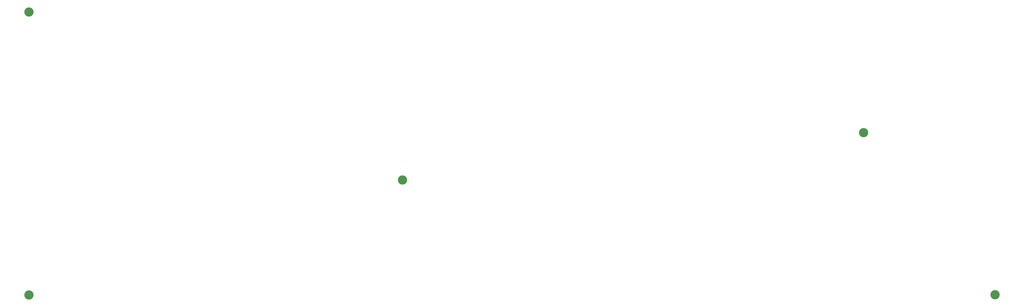
<source format=gbr>
%TF.GenerationSoftware,KiCad,Pcbnew,(5.1.7)-1*%
%TF.CreationDate,2020-10-05T00:15:49-07:00*%
%TF.ProjectId,r65,7236352e-6b69-4636-9164-5f7063625858,rev?*%
%TF.SameCoordinates,Original*%
%TF.FileFunction,Soldermask,Bot*%
%TF.FilePolarity,Negative*%
%FSLAX46Y46*%
G04 Gerber Fmt 4.6, Leading zero omitted, Abs format (unit mm)*
G04 Created by KiCad (PCBNEW (5.1.7)-1) date 2020-10-05 00:15:49*
%MOMM*%
%LPD*%
G01*
G04 APERTURE LIST*
%ADD10C,3.200000*%
G04 APERTURE END LIST*
D10*
%TO.C,REF\u002A\u002A*%
X199867520Y-58348880D03*
%TD*%
%TO.C,REF\u002A\u002A*%
X199867520Y-156113480D03*
%TD*%
%TO.C,REF\u002A\u002A*%
X328767440Y-116352320D03*
%TD*%
%TO.C,REF\u002A\u002A*%
X533323800Y-156006800D03*
%TD*%
%TO.C,REF\u002A\u002A*%
X487969560Y-100055680D03*
%TD*%
M02*

</source>
